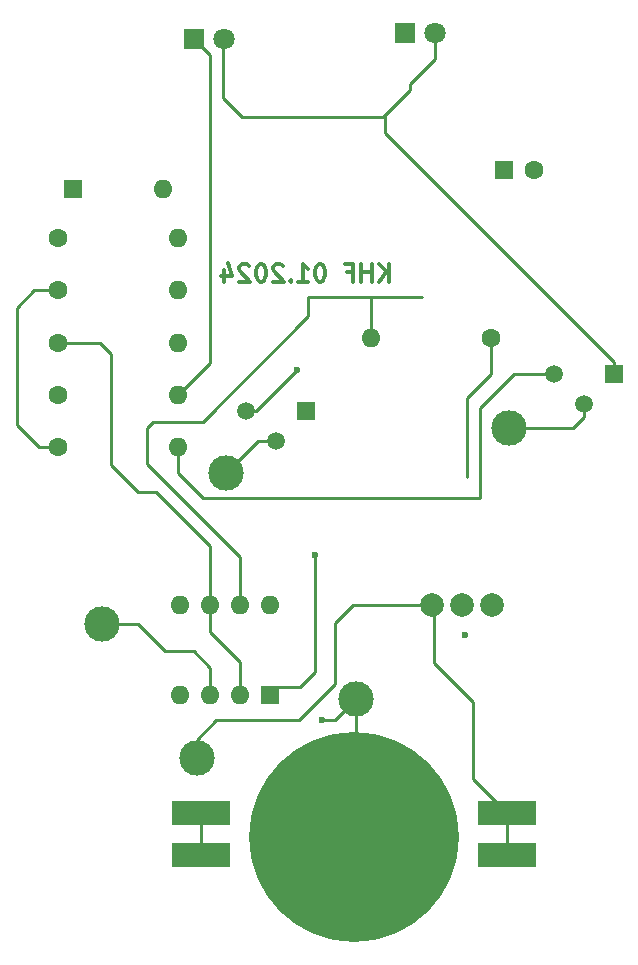
<source format=gbr>
%TF.GenerationSoftware,KiCad,Pcbnew,8.0.1*%
%TF.CreationDate,2024-04-02T10:29:12+02:00*%
%TF.ProjectId,RobiV4,526f6269-5634-42e6-9b69-6361645f7063,rev?*%
%TF.SameCoordinates,Original*%
%TF.FileFunction,Copper,L2,Bot*%
%TF.FilePolarity,Positive*%
%FSLAX46Y46*%
G04 Gerber Fmt 4.6, Leading zero omitted, Abs format (unit mm)*
G04 Created by KiCad (PCBNEW 8.0.1) date 2024-04-02 10:29:12*
%MOMM*%
%LPD*%
G01*
G04 APERTURE LIST*
%ADD10C,0.300000*%
%TA.AperFunction,NonConductor*%
%ADD11C,0.300000*%
%TD*%
%TA.AperFunction,ComponentPad*%
%ADD12R,1.800000X1.800000*%
%TD*%
%TA.AperFunction,ComponentPad*%
%ADD13C,1.800000*%
%TD*%
%TA.AperFunction,ComponentPad*%
%ADD14R,1.600000X1.600000*%
%TD*%
%TA.AperFunction,ComponentPad*%
%ADD15C,1.600000*%
%TD*%
%TA.AperFunction,ComponentPad*%
%ADD16O,1.600000X1.600000*%
%TD*%
%TA.AperFunction,ComponentPad*%
%ADD17C,1.500000*%
%TD*%
%TA.AperFunction,ComponentPad*%
%ADD18R,1.500000X1.500000*%
%TD*%
%TA.AperFunction,ComponentPad*%
%ADD19C,2.000000*%
%TD*%
%TA.AperFunction,SMDPad,CuDef*%
%ADD20R,5.000000X2.000000*%
%TD*%
%TA.AperFunction,SMDPad,CuDef*%
%ADD21C,17.780000*%
%TD*%
%TA.AperFunction,SMDPad,CuDef*%
%ADD22C,3.000000*%
%TD*%
%TA.AperFunction,ViaPad*%
%ADD23C,0.600000*%
%TD*%
%TA.AperFunction,ViaPad*%
%ADD24C,0.300000*%
%TD*%
%TA.AperFunction,Conductor*%
%ADD25C,0.250000*%
%TD*%
G04 APERTURE END LIST*
D10*
D11*
X140005489Y-75780828D02*
X140005489Y-74280828D01*
X139148346Y-75780828D02*
X139791203Y-74923685D01*
X139148346Y-74280828D02*
X140005489Y-75137971D01*
X138505489Y-75780828D02*
X138505489Y-74280828D01*
X138505489Y-74995114D02*
X137648346Y-74995114D01*
X137648346Y-75780828D02*
X137648346Y-74280828D01*
X136434060Y-74995114D02*
X136934060Y-74995114D01*
X136934060Y-75780828D02*
X136934060Y-74280828D01*
X136934060Y-74280828D02*
X136219774Y-74280828D01*
X134219774Y-74280828D02*
X134076917Y-74280828D01*
X134076917Y-74280828D02*
X133934060Y-74352257D01*
X133934060Y-74352257D02*
X133862632Y-74423685D01*
X133862632Y-74423685D02*
X133791203Y-74566542D01*
X133791203Y-74566542D02*
X133719774Y-74852257D01*
X133719774Y-74852257D02*
X133719774Y-75209400D01*
X133719774Y-75209400D02*
X133791203Y-75495114D01*
X133791203Y-75495114D02*
X133862632Y-75637971D01*
X133862632Y-75637971D02*
X133934060Y-75709400D01*
X133934060Y-75709400D02*
X134076917Y-75780828D01*
X134076917Y-75780828D02*
X134219774Y-75780828D01*
X134219774Y-75780828D02*
X134362632Y-75709400D01*
X134362632Y-75709400D02*
X134434060Y-75637971D01*
X134434060Y-75637971D02*
X134505489Y-75495114D01*
X134505489Y-75495114D02*
X134576917Y-75209400D01*
X134576917Y-75209400D02*
X134576917Y-74852257D01*
X134576917Y-74852257D02*
X134505489Y-74566542D01*
X134505489Y-74566542D02*
X134434060Y-74423685D01*
X134434060Y-74423685D02*
X134362632Y-74352257D01*
X134362632Y-74352257D02*
X134219774Y-74280828D01*
X132291203Y-75780828D02*
X133148346Y-75780828D01*
X132719775Y-75780828D02*
X132719775Y-74280828D01*
X132719775Y-74280828D02*
X132862632Y-74495114D01*
X132862632Y-74495114D02*
X133005489Y-74637971D01*
X133005489Y-74637971D02*
X133148346Y-74709400D01*
X131648347Y-75637971D02*
X131576918Y-75709400D01*
X131576918Y-75709400D02*
X131648347Y-75780828D01*
X131648347Y-75780828D02*
X131719775Y-75709400D01*
X131719775Y-75709400D02*
X131648347Y-75637971D01*
X131648347Y-75637971D02*
X131648347Y-75780828D01*
X131005489Y-74423685D02*
X130934061Y-74352257D01*
X130934061Y-74352257D02*
X130791204Y-74280828D01*
X130791204Y-74280828D02*
X130434061Y-74280828D01*
X130434061Y-74280828D02*
X130291204Y-74352257D01*
X130291204Y-74352257D02*
X130219775Y-74423685D01*
X130219775Y-74423685D02*
X130148346Y-74566542D01*
X130148346Y-74566542D02*
X130148346Y-74709400D01*
X130148346Y-74709400D02*
X130219775Y-74923685D01*
X130219775Y-74923685D02*
X131076918Y-75780828D01*
X131076918Y-75780828D02*
X130148346Y-75780828D01*
X129219775Y-74280828D02*
X129076918Y-74280828D01*
X129076918Y-74280828D02*
X128934061Y-74352257D01*
X128934061Y-74352257D02*
X128862633Y-74423685D01*
X128862633Y-74423685D02*
X128791204Y-74566542D01*
X128791204Y-74566542D02*
X128719775Y-74852257D01*
X128719775Y-74852257D02*
X128719775Y-75209400D01*
X128719775Y-75209400D02*
X128791204Y-75495114D01*
X128791204Y-75495114D02*
X128862633Y-75637971D01*
X128862633Y-75637971D02*
X128934061Y-75709400D01*
X128934061Y-75709400D02*
X129076918Y-75780828D01*
X129076918Y-75780828D02*
X129219775Y-75780828D01*
X129219775Y-75780828D02*
X129362633Y-75709400D01*
X129362633Y-75709400D02*
X129434061Y-75637971D01*
X129434061Y-75637971D02*
X129505490Y-75495114D01*
X129505490Y-75495114D02*
X129576918Y-75209400D01*
X129576918Y-75209400D02*
X129576918Y-74852257D01*
X129576918Y-74852257D02*
X129505490Y-74566542D01*
X129505490Y-74566542D02*
X129434061Y-74423685D01*
X129434061Y-74423685D02*
X129362633Y-74352257D01*
X129362633Y-74352257D02*
X129219775Y-74280828D01*
X128148347Y-74423685D02*
X128076919Y-74352257D01*
X128076919Y-74352257D02*
X127934062Y-74280828D01*
X127934062Y-74280828D02*
X127576919Y-74280828D01*
X127576919Y-74280828D02*
X127434062Y-74352257D01*
X127434062Y-74352257D02*
X127362633Y-74423685D01*
X127362633Y-74423685D02*
X127291204Y-74566542D01*
X127291204Y-74566542D02*
X127291204Y-74709400D01*
X127291204Y-74709400D02*
X127362633Y-74923685D01*
X127362633Y-74923685D02*
X128219776Y-75780828D01*
X128219776Y-75780828D02*
X127291204Y-75780828D01*
X126005491Y-74780828D02*
X126005491Y-75780828D01*
X126362633Y-74209400D02*
X126719776Y-75280828D01*
X126719776Y-75280828D02*
X125791205Y-75280828D01*
D12*
%TO.P,D1,1,K*%
%TO.N,Net-(D1-K)*%
X123444000Y-55245000D03*
D13*
%TO.P,D1,2,A*%
%TO.N,Net-(D1-A)*%
X125984000Y-55245000D03*
%TD*%
D12*
%TO.P,D2,1,K*%
%TO.N,Net-(D1-K)*%
X141351000Y-54737000D03*
D13*
%TO.P,D2,2,A*%
%TO.N,Net-(D1-A)*%
X143891000Y-54737000D03*
%TD*%
D14*
%TO.P,C1,1*%
%TO.N,Net-(D3-K)*%
X149733000Y-66294000D03*
D15*
%TO.P,C1,2*%
%TO.N,Net-(D1-K)*%
X152233000Y-66294000D03*
%TD*%
D14*
%TO.P,D3,1,K*%
%TO.N,Net-(D3-K)*%
X113216001Y-67945000D03*
D16*
%TO.P,D3,2,A*%
%TO.N,Net-(D3-A)*%
X120836001Y-67945000D03*
%TD*%
D17*
%TO.P,T1,1,E*%
%TO.N,Net-(Q1-C)*%
X127863600Y-86766400D03*
%TO.P,T1,2,B*%
%TO.N,Net-(Q1-B)*%
X130403600Y-89306400D03*
D18*
%TO.P,T1,e,C*%
%TO.N,Net-(D1-K)*%
X132943600Y-86766400D03*
%TD*%
D17*
%TO.P,T2,1,E*%
%TO.N,Net-(Q2-C)*%
X153974800Y-83642200D03*
%TO.P,T2,2,B*%
%TO.N,Net-(Q1-C)*%
X156514800Y-86182200D03*
D18*
%TO.P,T2,3,C*%
%TO.N,Net-(D1-A)*%
X159054800Y-83642200D03*
%TD*%
D15*
%TO.P,R3,1*%
%TO.N,Net-(D3-K)*%
X111946001Y-80951400D03*
D16*
%TO.P,R3,2*%
%TO.N,Net-(Q1-B)*%
X122106001Y-80951400D03*
%TD*%
D15*
%TO.P,R4,1*%
%TO.N,Net-(Q1-B)*%
X111946001Y-85370200D03*
D16*
%TO.P,R4,2*%
%TO.N,Net-(D1-K)*%
X122106001Y-85370200D03*
%TD*%
D15*
%TO.P,R5,1*%
%TO.N,Net-(S1-E)*%
X111946001Y-76532600D03*
D16*
%TO.P,R5,2*%
%TO.N,Net-(Q1-C)*%
X122106001Y-76532600D03*
%TD*%
D15*
%TO.P,R6,1*%
%TO.N,Net-(S1-E)*%
X111946001Y-89789000D03*
D16*
%TO.P,R6,2*%
%TO.N,Net-(Q2-C)*%
X122106001Y-89789000D03*
%TD*%
D15*
%TO.P,R1on1,1*%
%TO.N,Net-(D3-K)*%
X111946001Y-72113800D03*
D16*
%TO.P,R1on1,2*%
%TO.N,Net-(D3-A)*%
X122106001Y-72113800D03*
%TD*%
D19*
%TO.P,S1,1,A*%
%TO.N,Net-(S1-A-Pad1)*%
X143637000Y-103124000D03*
%TO.P,S1,2,E*%
%TO.N,Net-(S1-E)*%
X146177000Y-103124000D03*
%TO.P,S1,3,A*%
%TO.N,unconnected-(S1-A-Pad3)*%
X148717000Y-103124000D03*
%TD*%
D14*
%TO.P,U1,1,GND*%
%TO.N,Net-(D1-K)*%
X129921000Y-110744000D03*
D16*
%TO.P,U1,2,TR*%
%TO.N,Net-(D3-K)*%
X127381000Y-110744000D03*
%TO.P,U1,3,Q*%
%TO.N,unconnected-(U1-Q-Pad3)*%
X124841000Y-110744000D03*
%TO.P,U1,4,R*%
%TO.N,Net-(S1-E)*%
X122301000Y-110744000D03*
%TO.P,U1,5,CV*%
%TO.N,unconnected-(U1-CV-Pad5)*%
X122301000Y-103124000D03*
%TO.P,U1,6,THR*%
%TO.N,Net-(D3-K)*%
X124841000Y-103124000D03*
%TO.P,U1,7,DIS*%
%TO.N,Net-(D3-A)*%
X127381000Y-103124000D03*
%TO.P,U1,8,VCC*%
%TO.N,Net-(S1-E)*%
X129921000Y-103124000D03*
%TD*%
D20*
%TO.P,U2,1*%
%TO.N,Net-(S1-A-Pad1)*%
X124079000Y-120777000D03*
X124079000Y-124333000D03*
X149973000Y-120777000D03*
X149973000Y-124333000D03*
D21*
%TO.P,U2,2*%
%TO.N,Net-(D1-K)*%
X137033000Y-122809000D03*
%TD*%
D22*
%TO.P,GND,1*%
%TO.N,Net-(D1-K)*%
X137160000Y-111125000D03*
%TD*%
%TO.P,VCC,1*%
%TO.N,Net-(S1-Pad1)*%
X123698000Y-116078000D03*
%TD*%
%TO.P,T2-B,1*%
%TO.N,Net-(Q1-C)*%
X150114000Y-88188800D03*
%TD*%
D15*
%TO.P,R1off1,1*%
%TO.N,Net-(S1-E)*%
X148590000Y-80568800D03*
D16*
%TO.P,R1off1,2*%
%TO.N,Net-(D3-A)*%
X138430000Y-80568800D03*
%TD*%
D22*
%TO.P,Q,1*%
%TO.N,Net-(U1-Pad3)*%
X115697000Y-104775000D03*
%TD*%
%TO.P,T1-B,1*%
%TO.N,Net-(T1-B)*%
X126212600Y-91998800D03*
%TD*%
D23*
%TO.N,Net-(D1-K)*%
X133731000Y-98933000D03*
X134315200Y-112877600D03*
D24*
%TO.N,Net-(S1-E)*%
X146558000Y-92354400D03*
D23*
X146431000Y-105664000D03*
%TO.N,Net-(Q1-C)*%
X132150000Y-83310000D03*
%TD*%
D25*
%TO.N,Net-(D3-K)*%
X115495400Y-80951400D02*
X111946001Y-80951400D01*
X124841000Y-103124000D02*
X124841000Y-98171000D01*
X124841000Y-105410000D02*
X124841000Y-103124000D01*
X124841000Y-98171000D02*
X120269000Y-93599000D01*
X127381000Y-107950000D02*
X124841000Y-105410000D01*
X127381000Y-110744000D02*
X127381000Y-107950000D01*
X116459000Y-91313000D02*
X116459000Y-81915000D01*
X116459000Y-81915000D02*
X115495400Y-80951400D01*
X118745000Y-93599000D02*
X116459000Y-91313000D01*
X120269000Y-93599000D02*
X118745000Y-93599000D01*
%TO.N,Net-(D1-K)*%
X133731000Y-98933000D02*
X133731000Y-108839000D01*
X137160000Y-111125000D02*
X137160000Y-122682000D01*
X124799201Y-56600201D02*
X123444000Y-55245000D01*
X137160000Y-111125000D02*
X135407400Y-112877600D01*
X137160000Y-122682000D02*
X137033000Y-122809000D01*
X124799201Y-82677000D02*
X124799201Y-56600201D01*
X132461000Y-110109000D02*
X130556000Y-110109000D01*
X135407400Y-112877600D02*
X134315200Y-112877600D01*
X133731000Y-108839000D02*
X132461000Y-110109000D01*
X130556000Y-110109000D02*
X129921000Y-110744000D01*
X122106001Y-85370200D02*
X124799201Y-82677000D01*
%TO.N,Net-(D1-A)*%
X125909310Y-55319690D02*
X125984000Y-55245000D01*
X139446000Y-61849000D02*
X127560310Y-61849000D01*
X143891000Y-56896000D02*
X141732000Y-59055000D01*
X159054800Y-82600800D02*
X139636500Y-63182500D01*
X139636500Y-61658500D02*
X139446000Y-61849000D01*
X141732000Y-59055000D02*
X141732000Y-59563000D01*
X159054800Y-83642200D02*
X159054800Y-82600800D01*
X139636500Y-63182500D02*
X139636500Y-61658500D01*
X143891000Y-54737000D02*
X143891000Y-56896000D01*
X125909310Y-60198000D02*
X125909310Y-55319690D01*
X141732000Y-59563000D02*
X139636500Y-61658500D01*
X127560310Y-61849000D02*
X125909310Y-60198000D01*
%TO.N,Net-(D3-A)*%
X120015000Y-87630000D02*
X119507000Y-88138000D01*
X127381000Y-99060000D02*
X127381000Y-100838000D01*
X119507000Y-88138000D02*
X119507000Y-91186000D01*
X127381000Y-100074590D02*
X127381000Y-100838000D01*
X138430000Y-77139800D02*
X138480800Y-77089000D01*
X124206000Y-87630000D02*
X120015000Y-87630000D01*
X119507000Y-91186000D02*
X127381000Y-99060000D01*
X133140999Y-78695001D02*
X124206000Y-87630000D01*
X138480800Y-77089000D02*
X133140999Y-77089000D01*
X127381000Y-100838000D02*
X127381000Y-103124000D01*
X142748000Y-77089000D02*
X138480800Y-77089000D01*
X138430000Y-80568800D02*
X138430000Y-77139800D01*
X133140999Y-77089000D02*
X133140999Y-78695001D01*
%TO.N,Net-(S1-E)*%
X148590000Y-80568800D02*
X148590000Y-83566000D01*
X111946001Y-89789000D02*
X110363000Y-89789000D01*
X108458000Y-77978000D02*
X109903400Y-76532600D01*
X108458000Y-87884000D02*
X108458000Y-77978000D01*
X109903400Y-76532600D02*
X111946001Y-76532600D01*
X146558000Y-85598000D02*
X146558000Y-92354400D01*
X148590000Y-83566000D02*
X146558000Y-85598000D01*
X110363000Y-89789000D02*
X108458000Y-87884000D01*
%TO.N,Net-(S1-Pad1)*%
X125349000Y-112903000D02*
X132334000Y-112903000D01*
X135382000Y-109855000D02*
X135382000Y-104648000D01*
X123698000Y-116078000D02*
X123698000Y-114554000D01*
X136906000Y-103124000D02*
X143637000Y-103124000D01*
X135382000Y-104648000D02*
X136906000Y-103124000D01*
X132334000Y-112903000D02*
X135382000Y-109855000D01*
X124079000Y-116459000D02*
X123698000Y-116078000D01*
X123698000Y-114554000D02*
X125349000Y-112903000D01*
%TO.N,Net-(U1-Pad3)*%
X118745000Y-104775000D02*
X121031000Y-107061000D01*
X115697000Y-104775000D02*
X118745000Y-104775000D01*
X124841000Y-108458000D02*
X124841000Y-110744000D01*
X123444000Y-107061000D02*
X124841000Y-108458000D01*
X121031000Y-107061000D02*
X123444000Y-107061000D01*
%TO.N,Net-(S1-A-Pad1)*%
X147066000Y-117870000D02*
X147066000Y-111353600D01*
X149973000Y-120777000D02*
X147066000Y-117870000D01*
X147066000Y-111353600D02*
X143823396Y-108110996D01*
X149973000Y-124333000D02*
X149973000Y-120777000D01*
X143823396Y-108110996D02*
X143823396Y-103574000D01*
X124079000Y-124333000D02*
X124079000Y-120777000D01*
X143823396Y-103574000D02*
X143955198Y-103442198D01*
%TO.N,Net-(T1-B)*%
X126212600Y-91998800D02*
X128905000Y-89306400D01*
X128905000Y-89306400D02*
X130403600Y-89306400D01*
%TO.N,Net-(Q1-C)*%
X156514800Y-86182200D02*
X156514800Y-87223600D01*
X132150000Y-83310000D02*
X128693600Y-86766400D01*
X155549600Y-88188800D02*
X150114000Y-88188800D01*
X128693600Y-86766400D02*
X127863600Y-86766400D01*
X156514800Y-87223600D02*
X155549600Y-88188800D01*
%TO.N,Net-(Q2-C)*%
X150587800Y-83642200D02*
X147701000Y-86529000D01*
X147701000Y-86529000D02*
X147701000Y-94107000D01*
X124206000Y-94107000D02*
X122106001Y-92007001D01*
X122106001Y-92007001D02*
X122106001Y-89789000D01*
X153974800Y-83642200D02*
X150587800Y-83642200D01*
X147701000Y-94107000D02*
X124206000Y-94107000D01*
%TD*%
M02*

</source>
